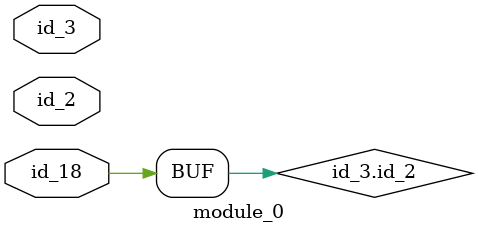
<source format=v>
module module_0 (
    id_2,
    id_3,
    id_18,
);
  inout id_18;
  input id_3;
  inout id_2;
  assign id_18 = id_3.id_2;
endmodule

</source>
